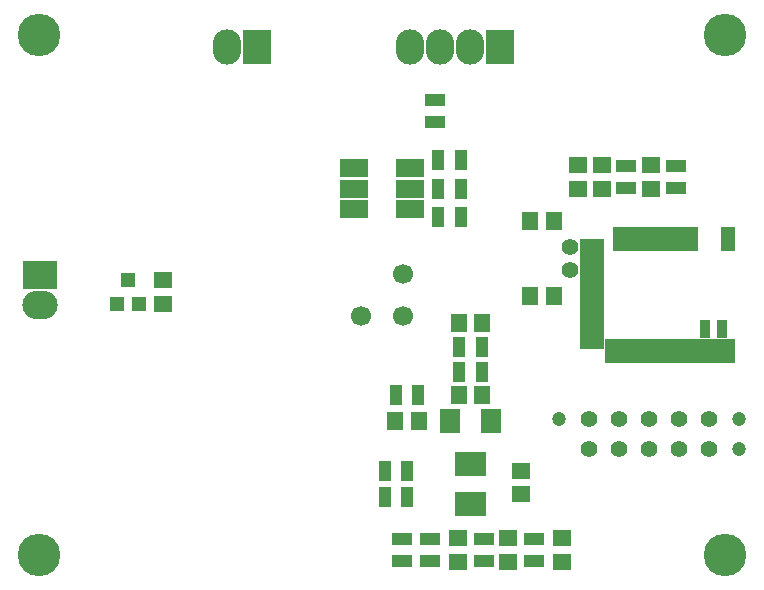
<source format=gts>
G04 #@! TF.FileFunction,Soldermask,Top*
%FSLAX46Y46*%
G04 Gerber Fmt 4.6, Leading zero omitted, Abs format (unit mm)*
G04 Created by KiCad (PCBNEW 4.0.7) date 12/08/17 17:27:16*
%MOMM*%
%LPD*%
G01*
G04 APERTURE LIST*
%ADD10C,0.100000*%
%ADD11R,3.000000X2.400000*%
%ADD12O,3.000000X2.400000*%
%ADD13R,1.650000X1.400000*%
%ADD14R,1.400000X1.650000*%
%ADD15R,1.700000X2.100000*%
%ADD16R,2.400000X1.500000*%
%ADD17R,2.400000X3.000000*%
%ADD18O,2.400000X3.000000*%
%ADD19R,1.700000X1.100000*%
%ADD20C,1.200000*%
%ADD21C,1.400000*%
%ADD22R,1.200000X1.300000*%
%ADD23R,1.100000X1.700000*%
%ADD24R,0.700000X2.000000*%
%ADD25R,0.900000X1.600000*%
%ADD26R,1.300000X2.000000*%
%ADD27R,0.900000X2.000000*%
%ADD28R,2.000000X0.900000*%
%ADD29C,1.700000*%
%ADD30C,3.600000*%
G04 APERTURE END LIST*
D10*
D11*
X134040000Y-90320000D03*
D12*
X134040000Y-92860000D03*
D13*
X144500000Y-90750000D03*
X144500000Y-92750000D03*
D14*
X169500000Y-100500000D03*
X171500000Y-100500000D03*
D13*
X174800000Y-106900000D03*
X174800000Y-108900000D03*
D14*
X171500000Y-94400000D03*
X169500000Y-94400000D03*
D13*
X169400000Y-114600000D03*
X169400000Y-112600000D03*
X173700000Y-114600000D03*
X173700000Y-112600000D03*
X185800000Y-83000000D03*
X185800000Y-81000000D03*
X181600000Y-83000000D03*
X181600000Y-81000000D03*
X179600000Y-83000000D03*
X179600000Y-81000000D03*
D14*
X177525000Y-85725000D03*
X175525000Y-85725000D03*
X177525000Y-92125000D03*
X175525000Y-92125000D03*
D13*
X178200000Y-114600000D03*
X178200000Y-112600000D03*
D14*
X164100000Y-102700000D03*
X166100000Y-102700000D03*
D15*
X172250000Y-102700000D03*
X168750000Y-102700000D03*
D16*
X160600000Y-81300000D03*
X160600000Y-83000000D03*
X160600000Y-84700000D03*
X165400000Y-84700000D03*
X165400000Y-83000000D03*
X165400000Y-81300000D03*
D17*
X172960000Y-71010000D03*
D18*
X170420000Y-71010000D03*
X167880000Y-71010000D03*
X165340000Y-71010000D03*
D19*
X187900000Y-82950000D03*
X187900000Y-81050000D03*
X183700000Y-81050000D03*
X183700000Y-82950000D03*
D20*
X178010000Y-102500000D03*
X193250000Y-105040000D03*
D21*
X190710000Y-102500000D03*
X188170000Y-102500000D03*
X185630000Y-102500000D03*
X183090000Y-102500000D03*
X180550000Y-102500000D03*
X180550000Y-105040000D03*
X183090000Y-105040000D03*
X185630000Y-105040000D03*
X188170000Y-105040000D03*
X190710000Y-105040000D03*
D20*
X193250000Y-102500000D03*
D22*
X140550000Y-92750000D03*
X142450000Y-92750000D03*
X141500000Y-90750000D03*
D23*
X163250000Y-106900000D03*
X165150000Y-106900000D03*
X165150000Y-109100000D03*
X163250000Y-109100000D03*
X169550000Y-98500000D03*
X171450000Y-98500000D03*
X171450000Y-96400000D03*
X169550000Y-96400000D03*
D19*
X164700000Y-114550000D03*
X164700000Y-112650000D03*
X171600000Y-114550000D03*
X171600000Y-112650000D03*
X167100000Y-114550000D03*
X167100000Y-112650000D03*
D23*
X164150000Y-100500000D03*
X166050000Y-100500000D03*
X169650000Y-80600000D03*
X167750000Y-80600000D03*
X169650000Y-83000000D03*
X167750000Y-83000000D03*
X169650000Y-85400000D03*
X167750000Y-85400000D03*
D19*
X175900000Y-114550000D03*
X175900000Y-112650000D03*
X167480000Y-77400000D03*
X167480000Y-75500000D03*
D17*
X152420000Y-71030000D03*
D18*
X149880000Y-71030000D03*
D24*
X171475000Y-106300000D03*
X170825000Y-106300000D03*
X170175000Y-106300000D03*
X169525000Y-106300000D03*
X169525000Y-109700000D03*
X170175000Y-109700000D03*
X170825000Y-109700000D03*
X171475000Y-109700000D03*
D25*
X190350000Y-94900000D03*
X191750000Y-94900000D03*
D26*
X192300000Y-96750000D03*
D27*
X191400000Y-96750000D03*
X190700000Y-96750000D03*
X190000000Y-96750000D03*
X189300000Y-96750000D03*
X188600000Y-96750000D03*
X187900000Y-96750000D03*
X187200000Y-96750000D03*
X186500000Y-96750000D03*
X185800000Y-96750000D03*
X185100000Y-96750000D03*
X184400000Y-96750000D03*
X183700000Y-96750000D03*
X183000000Y-96750000D03*
X182300000Y-96750000D03*
D28*
X180750000Y-96200000D03*
X180750000Y-95500000D03*
X180750000Y-94800000D03*
X180750000Y-94100000D03*
X180750000Y-93400000D03*
X180750000Y-92700000D03*
X180750000Y-92000000D03*
X180750000Y-91300000D03*
X180750000Y-90600000D03*
X180750000Y-89900000D03*
X180750000Y-89200000D03*
X180750000Y-88500000D03*
D27*
X183000000Y-87250000D03*
X183700000Y-87250000D03*
X184400000Y-87250000D03*
X185100000Y-87250000D03*
X185800000Y-87250000D03*
X186500000Y-87250000D03*
X187200000Y-87250000D03*
X187900000Y-87250000D03*
X188600000Y-87250000D03*
D26*
X192300000Y-87250000D03*
D27*
X189300000Y-87250000D03*
D28*
X180750000Y-87700000D03*
D29*
X161204000Y-93796000D03*
X164796000Y-90204000D03*
X164796000Y-93796000D03*
D21*
X178900000Y-87975000D03*
X178900000Y-89875000D03*
D30*
X134000000Y-70000000D03*
X192000000Y-70000000D03*
X134000000Y-114000000D03*
X192000000Y-114000000D03*
M02*

</source>
